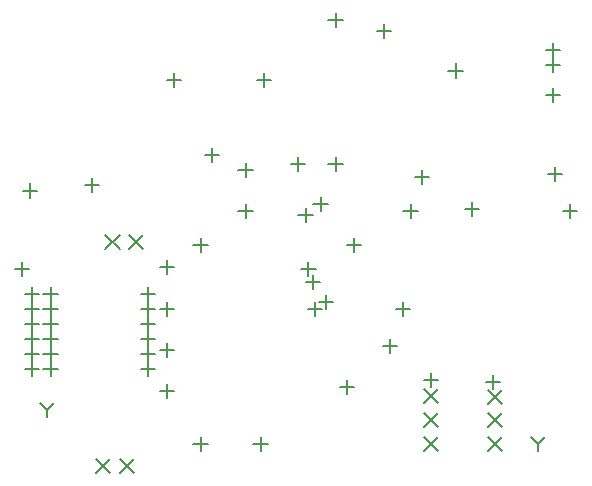
<source format=gbr>
G04 DipTrace 3.2.0.1*
G04 Plated_Through.gbr*
%MOIN*%
G04 #@! TF.FileFunction,Plated,1,2,PTH,Drill*
G04 #@! TF.Part,Single*
G04 Drill Symbols*
G04 D=0.015748 - Cross*
G04 D=0.027559 - X*
G04 D=0.035433 - Y*
G04 D=0.043307 - T*
G04 D=0.11811 - V*
%ADD10C,0.007874*%
%FSLAX26Y26*%
G04*
G70*
G90*
G75*
G01*
X1813924Y629906D2*
D10*
X1861168Y582661D1*
Y629906D2*
X1813924Y582661D1*
Y708646D2*
X1861168Y661402D1*
Y708646D2*
X1813924Y661402D1*
Y787386D2*
X1861168Y740142D1*
Y787386D2*
X1813924Y740142D1*
X720079Y554823D2*
X767323Y507579D1*
Y554823D2*
X720079Y507579D1*
X798819Y554823D2*
X846063Y507579D1*
Y554823D2*
X798819Y507579D1*
X830315Y1301083D2*
X877559Y1253839D1*
Y1301083D2*
X830315Y1253839D1*
X751575Y1301083D2*
X798819Y1253839D1*
Y1301083D2*
X751575Y1253839D1*
X2026402Y628659D2*
X2073646Y581415D1*
Y628659D2*
X2026402Y581415D1*
Y707399D2*
X2073646Y660155D1*
Y707399D2*
X2026402Y660155D1*
Y786139D2*
X2073646Y738895D1*
Y786139D2*
X2026402Y738895D1*
X1556325Y817386D2*
Y770142D1*
X1532703Y793764D2*
X1579948D1*
X1918701Y1873573D2*
Y1826329D1*
X1895079Y1849951D2*
X1942323D1*
X499951Y1473573D2*
Y1426329D1*
X476329Y1449951D2*
X523573D1*
X706201Y1492323D2*
Y1445079D1*
X682579Y1468701D2*
X729823D1*
X1068701Y629820D2*
Y582576D1*
X1045079Y606198D2*
X1092323D1*
X1268701Y629820D2*
Y582576D1*
X1245079Y606198D2*
X1292323D1*
X2249951Y1529823D2*
Y1482579D1*
X2226329Y1506201D2*
X2273573D1*
X1068701Y1292323D2*
Y1245079D1*
X1045079Y1268701D2*
X1092323D1*
X474951Y1211073D2*
Y1163829D1*
X451329Y1187451D2*
X498573D1*
X956201Y1217323D2*
Y1170079D1*
X932579Y1193701D2*
X979823D1*
X956201Y1079823D2*
Y1032579D1*
X932579Y1056201D2*
X979823D1*
X956201Y942323D2*
Y895079D1*
X932579Y918701D2*
X979823D1*
X956201Y804823D2*
Y757579D1*
X932579Y781201D2*
X979823D1*
X1837451Y842323D2*
Y795079D1*
X1813829Y818701D2*
X1861073D1*
X1106201Y1592323D2*
Y1545079D1*
X1082579Y1568701D2*
X1129823D1*
X568701Y1129823D2*
Y1082579D1*
X545079Y1106201D2*
X592323D1*
X568701Y1079823D2*
Y1032579D1*
X545079Y1056201D2*
X592323D1*
X568701Y1029823D2*
Y982579D1*
X545079Y1006201D2*
X592323D1*
X568701Y979823D2*
Y932579D1*
X545079Y956201D2*
X592323D1*
X568701Y929823D2*
Y882579D1*
X545079Y906201D2*
X592323D1*
X568701Y879823D2*
Y832579D1*
X545079Y856201D2*
X592323D1*
X506201Y879823D2*
Y832579D1*
X482579Y856201D2*
X529823D1*
X506201Y929823D2*
Y882579D1*
X482579Y906201D2*
X529823D1*
X506201Y979823D2*
Y932579D1*
X482579Y956201D2*
X529823D1*
X506201Y1029823D2*
Y982579D1*
X482579Y1006201D2*
X529823D1*
X506201Y1079823D2*
Y1032579D1*
X482579Y1056201D2*
X529823D1*
X506201Y1129823D2*
Y1082579D1*
X482579Y1106201D2*
X529823D1*
X893701Y1129823D2*
Y1082579D1*
X870079Y1106201D2*
X917323D1*
X893701Y1079823D2*
Y1032579D1*
X870079Y1056201D2*
X917323D1*
X893701Y1029823D2*
Y982579D1*
X870079Y1006201D2*
X917323D1*
X893701Y979823D2*
Y932579D1*
X870079Y956201D2*
X917323D1*
X893701Y929823D2*
Y882579D1*
X870079Y906201D2*
X917323D1*
X893701Y879823D2*
Y832579D1*
X870079Y856201D2*
X917323D1*
X1218701Y1404823D2*
Y1357579D1*
X1195079Y1381201D2*
X1242323D1*
X1218701Y1542323D2*
Y1495079D1*
X1195079Y1518701D2*
X1242323D1*
X2299951Y1404823D2*
Y1357579D1*
X2276329Y1381201D2*
X2323573D1*
X2243701Y1892323D2*
Y1845079D1*
X2220079Y1868701D2*
X2267323D1*
X1518701Y1561073D2*
Y1513829D1*
X1495079Y1537451D2*
X1542323D1*
X2043774Y836134D2*
Y788890D1*
X2020152Y812512D2*
X2067396D1*
X532808Y742394D2*
X556430Y718772D1*
X580052Y742394D1*
X556430Y718772D2*
Y695150D1*
X2170136Y629906D2*
X2193759Y606283D1*
X2217381Y629906D1*
X2193759Y606283D2*
Y582661D1*
X1468701Y1429823D2*
Y1382579D1*
X1445079Y1406201D2*
X1492323D1*
X1418701Y1392323D2*
Y1345079D1*
X1395079Y1368701D2*
X1442323D1*
X1442913Y1168602D2*
Y1121358D1*
X1419291Y1144980D2*
X1466535D1*
X1768701Y1404823D2*
Y1357579D1*
X1745079Y1381201D2*
X1792323D1*
X1743701Y1079823D2*
Y1032579D1*
X1720079Y1056201D2*
X1767323D1*
X1486811Y1101378D2*
Y1054134D1*
X1463189Y1077756D2*
X1510433D1*
X981201Y1842323D2*
Y1795079D1*
X957579Y1818701D2*
X1004823D1*
X1281201Y1842323D2*
Y1795079D1*
X1257579Y1818701D2*
X1304823D1*
X1428543Y1212402D2*
Y1165157D1*
X1404921Y1188780D2*
X1452165D1*
X1451575Y1079528D2*
Y1032283D1*
X1427953Y1055906D2*
X1475197D1*
X1699951Y954823D2*
Y907579D1*
X1676329Y931201D2*
X1723573D1*
X1974951Y1411073D2*
Y1363829D1*
X1951329Y1387451D2*
X1998573D1*
X1393701Y1561073D2*
Y1513829D1*
X1370079Y1537451D2*
X1417323D1*
X2243701Y1792323D2*
Y1745079D1*
X2220079Y1768701D2*
X2267323D1*
X1681201Y2004823D2*
Y1957579D1*
X1657579Y1981201D2*
X1704823D1*
X2243701Y1942323D2*
Y1895079D1*
X2220079Y1918701D2*
X2267323D1*
X1518701Y2042323D2*
Y1995079D1*
X1495079Y2018701D2*
X1542323D1*
X1806201Y1517323D2*
Y1470079D1*
X1782579Y1493701D2*
X1829823D1*
X1581201Y1292323D2*
Y1245079D1*
X1557579Y1268701D2*
X1604823D1*
M02*

</source>
